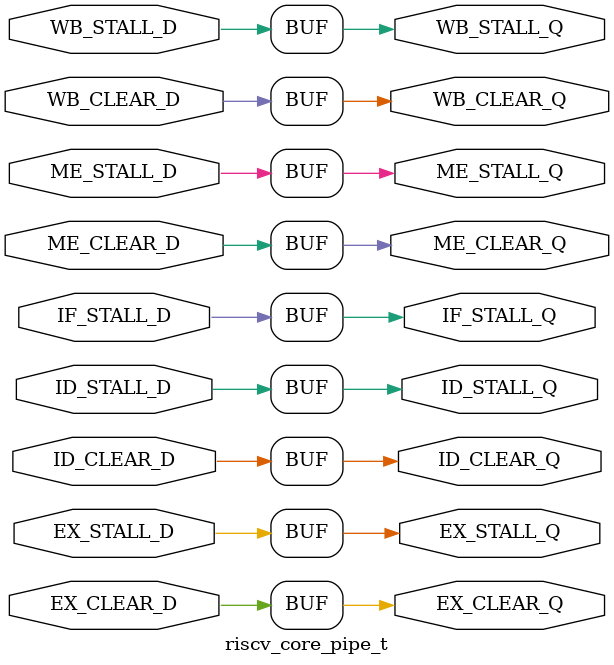
<source format=v>
/**
 *  Codasip s.r.o.
 * 
 *  CONFIDENTIAL
 * 
 *  Copyright 2024 Codasip s.r.o.
 * 
 *  All Rights Reserved.
 *  This file is part of the Codasip Studio product. No part of the Studio product, including this
 *  file, may be use, copied, modified, or distributed except in accordance with the terms contained
 *  in Codasip license agreement under which you obtained this file.
 * 
 *  \file
 *  \date    2024-03-30
 *  \author  Codasip (c) HW generator
 *  \version 9.4.2
 *  \brief   Contains module definition of the 'riscv_core_pipe_t' pipeline controller.
 */

module riscv_core_pipe_t(
    input  wire EX_CLEAR_D,
    input  wire EX_STALL_D,
    input  wire ID_CLEAR_D,
    input  wire ID_STALL_D,
    input  wire IF_STALL_D,
    input  wire ME_CLEAR_D,
    input  wire ME_STALL_D,
    input  wire WB_CLEAR_D,
    input  wire WB_STALL_D,
    output wire EX_CLEAR_Q,
    output wire EX_STALL_Q,
    output wire ID_CLEAR_Q,
    output wire ID_STALL_Q,
    output wire IF_STALL_Q,
    output wire ME_CLEAR_Q,
    output wire ME_STALL_Q,
    output wire WB_CLEAR_Q,
    output wire WB_STALL_Q
);
    // data-path code:
    assign IF_STALL_Q = IF_STALL_D;
    assign ID_CLEAR_Q = ID_CLEAR_D;
    assign ID_STALL_Q = ID_STALL_D;
    assign EX_CLEAR_Q = EX_CLEAR_D;
    assign EX_STALL_Q = EX_STALL_D;
    assign ME_CLEAR_Q = ME_CLEAR_D;
    assign ME_STALL_Q = ME_STALL_D;
    assign WB_CLEAR_Q = WB_CLEAR_D;
    assign WB_STALL_Q = WB_STALL_D;
endmodule // riscv_core_pipe_t

</source>
